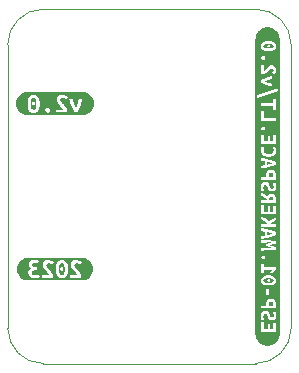
<source format=gbr>
G04 #@! TF.GenerationSoftware,KiCad,Pcbnew,6.0.10+dfsg-1~bpo11+1*
G04 #@! TF.ProjectId,project,70726f6a-6563-4742-9e6b-696361645f70,rev?*
G04 #@! TF.SameCoordinates,Original*
G04 #@! TF.FileFunction,Legend,Bot*
G04 #@! TF.FilePolarity,Positive*
%FSLAX46Y46*%
G04 Gerber Fmt 4.6, Leading zero omitted, Abs format (unit mm)*
%MOMM*%
%LPD*%
G01*
G04 APERTURE LIST*
G04 #@! TA.AperFunction,Profile*
%ADD10C,0.100000*%
G04 #@! TD*
%ADD11C,2.200000*%
%ADD12R,1.700000X1.700000*%
%ADD13O,1.700000X1.700000*%
%ADD14C,1.700000*%
G04 APERTURE END LIST*
D10*
X163500000Y-130000000D02*
X181500000Y-130000000D01*
X184500000Y-127000000D02*
X184500000Y-103000000D01*
X160500000Y-103000000D02*
X160500000Y-127000000D01*
X163500000Y-100000000D02*
G75*
G03*
X160500000Y-103000000I0J-3000000D01*
G01*
X160500000Y-127000000D02*
G75*
G03*
X163500000Y-130000000I3000000J0D01*
G01*
X184500000Y-103000000D02*
G75*
G03*
X181500000Y-100000000I-3000000J0D01*
G01*
X181500000Y-100000000D02*
X163500000Y-100000000D01*
X181500000Y-130000000D02*
G75*
G03*
X184500000Y-127000000I0J3000000D01*
G01*
G36*
X182895139Y-124773791D02*
G01*
X182955414Y-124817695D01*
X182988900Y-124885908D01*
X183000062Y-124973469D01*
X182999070Y-125033992D01*
X182994109Y-125094515D01*
X182597234Y-125094515D01*
X182597234Y-124995297D01*
X182608893Y-124892605D01*
X182643867Y-124818687D01*
X182707119Y-124774039D01*
X182803609Y-124759156D01*
X182895139Y-124773791D01*
G37*
G36*
X182264852Y-102967742D02*
G01*
X182349628Y-102938528D01*
X182457115Y-102920999D01*
X182587312Y-102915156D01*
X182716407Y-102920999D01*
X182823233Y-102938528D01*
X182907789Y-102967742D01*
X182990389Y-103032482D01*
X183017922Y-103121531D01*
X182990389Y-103209340D01*
X182907789Y-103274328D01*
X182823233Y-103304094D01*
X182716407Y-103321953D01*
X182587312Y-103327906D01*
X182457115Y-103321953D01*
X182349628Y-103304094D01*
X182264852Y-103274328D01*
X182182252Y-103209340D01*
X182154719Y-103121531D01*
X182155332Y-103119547D01*
X182476187Y-103119547D01*
X182514883Y-103200906D01*
X182607156Y-103230672D01*
X182700422Y-103200906D01*
X182740109Y-103119547D01*
X182700422Y-103041164D01*
X182607156Y-103010406D01*
X182514883Y-103041164D01*
X182476187Y-103119547D01*
X182155332Y-103119547D01*
X182182252Y-103032482D01*
X182264852Y-102967742D01*
G37*
G36*
X182583344Y-112950140D02*
G01*
X182705383Y-112976930D01*
X182828414Y-113008680D01*
X182960375Y-113045390D01*
X182828414Y-113082101D01*
X182705383Y-113113851D01*
X182583344Y-113141633D01*
X182456344Y-113166437D01*
X182456344Y-112926328D01*
X182583344Y-112950140D01*
G37*
G36*
X181482310Y-102429292D02*
G01*
X181497035Y-102330024D01*
X181521419Y-102232677D01*
X181555227Y-102138188D01*
X181598135Y-102047469D01*
X181649727Y-101961392D01*
X181709508Y-101880786D01*
X181776902Y-101806428D01*
X181851260Y-101739034D01*
X181931866Y-101679253D01*
X182017943Y-101627661D01*
X182108662Y-101584753D01*
X182203151Y-101550945D01*
X182300498Y-101526561D01*
X182399766Y-101511836D01*
X182500000Y-101506912D01*
X182600234Y-101511836D01*
X182699502Y-101526561D01*
X182796849Y-101550945D01*
X182891338Y-101584753D01*
X182982057Y-101627661D01*
X183068134Y-101679253D01*
X183148740Y-101739034D01*
X183223098Y-101806428D01*
X183290492Y-101880786D01*
X183350273Y-101961392D01*
X183401865Y-102047469D01*
X183444773Y-102138188D01*
X183478581Y-102232677D01*
X183502965Y-102330024D01*
X183517690Y-102429292D01*
X183522615Y-102529526D01*
X183522615Y-127470474D01*
X183517690Y-127570708D01*
X183502965Y-127669976D01*
X183478581Y-127767323D01*
X183444773Y-127861811D01*
X183401866Y-127952531D01*
X183350273Y-128038608D01*
X183290492Y-128119214D01*
X183223098Y-128193572D01*
X183148740Y-128260966D01*
X183068134Y-128320747D01*
X182982057Y-128372339D01*
X182891338Y-128415247D01*
X182796849Y-128449055D01*
X182699502Y-128473439D01*
X182600234Y-128488164D01*
X182500000Y-128493088D01*
X182399766Y-128488164D01*
X182300498Y-128473439D01*
X182203151Y-128449055D01*
X182108662Y-128415247D01*
X182017943Y-128372339D01*
X181931866Y-128320747D01*
X181851260Y-128260966D01*
X181776902Y-128193572D01*
X181709508Y-128119214D01*
X181649727Y-128038608D01*
X181598134Y-127952531D01*
X181555227Y-127861811D01*
X181521419Y-127767323D01*
X181497035Y-127669976D01*
X181482310Y-127570708D01*
X181477385Y-127470474D01*
X181477385Y-127305109D01*
X181970172Y-127305109D01*
X183198500Y-127305109D01*
X183198500Y-126560969D01*
X182996094Y-126560969D01*
X182996094Y-127061031D01*
X182720266Y-127061031D01*
X182720266Y-126626453D01*
X182517859Y-126626453D01*
X182517859Y-127061031D01*
X182172578Y-127061031D01*
X182172578Y-126517312D01*
X181970172Y-126517312D01*
X181970172Y-127305109D01*
X181477385Y-127305109D01*
X181477385Y-125977562D01*
X181944375Y-125977562D01*
X181952561Y-126114980D01*
X181977117Y-126221640D01*
X182037641Y-126358562D01*
X182236078Y-126287125D01*
X182176547Y-126159133D01*
X182155711Y-126076533D01*
X182148766Y-125977562D01*
X182161664Y-125875367D01*
X182197383Y-125810875D01*
X182248977Y-125778133D01*
X182307516Y-125769203D01*
X182374984Y-125791031D01*
X182427570Y-125846594D01*
X182469242Y-125922000D01*
X182503969Y-126005344D01*
X182549609Y-126120437D01*
X182615094Y-126228586D01*
X182713320Y-126308953D01*
X182859172Y-126340703D01*
X183012961Y-126312674D01*
X183129047Y-126228586D01*
X183183066Y-126144470D01*
X183215477Y-126041614D01*
X183226281Y-125920015D01*
X183219832Y-125814099D01*
X183200484Y-125722570D01*
X183142938Y-125580687D01*
X182954422Y-125652125D01*
X183002047Y-125762258D01*
X183021891Y-125902156D01*
X183006236Y-126010194D01*
X182959273Y-126075017D01*
X182881000Y-126096625D01*
X182818492Y-126076781D01*
X182770867Y-126026180D01*
X182734156Y-125956726D01*
X182704391Y-125880328D01*
X182655773Y-125760273D01*
X182584336Y-125645180D01*
X182473211Y-125558859D01*
X182398053Y-125533558D01*
X182305531Y-125525125D01*
X182152486Y-125553154D01*
X182038633Y-125637242D01*
X181986267Y-125724885D01*
X181954848Y-125838325D01*
X181944375Y-125977562D01*
X181477385Y-125977562D01*
X181477385Y-125338594D01*
X181970172Y-125338594D01*
X183182625Y-125338594D01*
X183196516Y-125258226D01*
X183205445Y-125167937D01*
X183210406Y-125078640D01*
X183212391Y-125001250D01*
X183201697Y-124856831D01*
X183169616Y-124735785D01*
X183116148Y-124638109D01*
X183038427Y-124566451D01*
X182933586Y-124523456D01*
X182801625Y-124509125D01*
X182668341Y-124523567D01*
X182562177Y-124566892D01*
X182483133Y-124639101D01*
X182428562Y-124737769D01*
X182395820Y-124860469D01*
X182384906Y-125007203D01*
X182384906Y-125094515D01*
X181970172Y-125094515D01*
X181970172Y-125338594D01*
X181477385Y-125338594D01*
X181477385Y-124229328D01*
X182359109Y-124229328D01*
X182599219Y-124229328D01*
X182599219Y-123685609D01*
X182359109Y-123685609D01*
X182359109Y-124229328D01*
X181477385Y-124229328D01*
X181477385Y-122965281D01*
X181944375Y-122965281D01*
X181962014Y-123093163D01*
X182014931Y-123198996D01*
X182103125Y-123282781D01*
X182192918Y-123330530D01*
X182303547Y-123364637D01*
X182435012Y-123385100D01*
X182587312Y-123391922D01*
X182737877Y-123384976D01*
X182868102Y-123364140D01*
X182977986Y-123329414D01*
X183067531Y-123280797D01*
X183155726Y-123196351D01*
X183208642Y-123091179D01*
X183226281Y-122965281D01*
X183208753Y-122837399D01*
X183156167Y-122731566D01*
X183068523Y-122647781D01*
X182979289Y-122600032D01*
X182869342Y-122565926D01*
X182738683Y-122545462D01*
X182587312Y-122538640D01*
X182435012Y-122545462D01*
X182303547Y-122565926D01*
X182192918Y-122600032D01*
X182103125Y-122647781D01*
X182014931Y-122731566D01*
X181962014Y-122837399D01*
X181944375Y-122965281D01*
X181477385Y-122965281D01*
X181477385Y-122304484D01*
X181970172Y-122304484D01*
X182172578Y-122304484D01*
X182172578Y-122046515D01*
X182859172Y-122046515D01*
X182788727Y-122173515D01*
X182740109Y-122294562D01*
X182942516Y-122373937D01*
X182988156Y-122270750D01*
X183049672Y-122159625D01*
X183121109Y-122054453D01*
X183198500Y-121969125D01*
X183198500Y-121802437D01*
X182172578Y-121802437D01*
X182172578Y-121558359D01*
X181970172Y-121558359D01*
X181970172Y-122304484D01*
X181477385Y-122304484D01*
X181477385Y-120978922D01*
X181948344Y-120978922D01*
X181960250Y-121046390D01*
X181994977Y-121102945D01*
X182050539Y-121142633D01*
X182126937Y-121157515D01*
X182201352Y-121142633D01*
X182255922Y-121102945D01*
X182289656Y-121046390D01*
X182301562Y-120978922D01*
X182255922Y-120855890D01*
X182126937Y-120802312D01*
X181993984Y-120855890D01*
X181948344Y-120978922D01*
X181477385Y-120978922D01*
X181477385Y-119762500D01*
X181970172Y-119762500D01*
X182924656Y-119750594D01*
X182404750Y-119901406D01*
X182404750Y-120080000D01*
X182924656Y-120224859D01*
X181970172Y-120214937D01*
X181970172Y-120439172D01*
X182123961Y-120432971D01*
X182283703Y-120426273D01*
X182445926Y-120419080D01*
X182607156Y-120411390D01*
X182765410Y-120402709D01*
X182918703Y-120392539D01*
X183064059Y-120380881D01*
X183198500Y-120367734D01*
X183198500Y-120165328D01*
X183091344Y-120130601D01*
X182950453Y-120085953D01*
X182797656Y-120038328D01*
X182654781Y-119992687D01*
X182806586Y-119943078D01*
X182957398Y-119893469D01*
X183093328Y-119849812D01*
X183198500Y-119814094D01*
X183198500Y-119611687D01*
X183039750Y-119598045D01*
X182884969Y-119584898D01*
X182732916Y-119572992D01*
X182582352Y-119563070D01*
X182432035Y-119554885D01*
X182280727Y-119548187D01*
X182127186Y-119542730D01*
X181970172Y-119538265D01*
X181970172Y-119762500D01*
X181477385Y-119762500D01*
X181477385Y-118780234D01*
X181970172Y-118780234D01*
X182253937Y-118837781D01*
X182253937Y-119165203D01*
X181970172Y-119220765D01*
X181970172Y-119474765D01*
X182112848Y-119439761D01*
X182250366Y-119404598D01*
X182382723Y-119369276D01*
X182509922Y-119333795D01*
X182631961Y-119298156D01*
X182779363Y-119253880D01*
X182922920Y-119210348D01*
X183062632Y-119167559D01*
X183198500Y-119125515D01*
X183198500Y-118859609D01*
X183061516Y-118816015D01*
X182920439Y-118772545D01*
X182775270Y-118729199D01*
X182626008Y-118685976D01*
X182502937Y-118651647D01*
X182375818Y-118617714D01*
X182244651Y-118584178D01*
X182109435Y-118551039D01*
X181970172Y-118518297D01*
X181970172Y-118780234D01*
X181477385Y-118780234D01*
X181477385Y-117805906D01*
X181970172Y-117805906D01*
X182119992Y-117868414D01*
X182199367Y-117911326D01*
X182276758Y-117958703D01*
X182350676Y-118009553D01*
X182419633Y-118062883D01*
X182531750Y-118167062D01*
X181970172Y-118167062D01*
X181970172Y-118411140D01*
X183198500Y-118411140D01*
X183198500Y-118167062D01*
X182688516Y-118167062D01*
X182811547Y-118075781D01*
X182946484Y-117985492D01*
X183079437Y-117907109D01*
X183198500Y-117847578D01*
X183198500Y-117571750D01*
X183076461Y-117638226D01*
X183006512Y-117679650D01*
X182933586Y-117726531D01*
X182858428Y-117777877D01*
X182781781Y-117832695D01*
X182705879Y-117890490D01*
X182632953Y-117950765D01*
X182568957Y-117888754D01*
X182496031Y-117825750D01*
X182415912Y-117763986D01*
X182330336Y-117705695D01*
X182241039Y-117651869D01*
X182149758Y-117603500D01*
X182058725Y-117562324D01*
X181970172Y-117530078D01*
X181970172Y-117805906D01*
X181477385Y-117805906D01*
X181477385Y-117383234D01*
X181970172Y-117383234D01*
X183198500Y-117383234D01*
X183198500Y-116639094D01*
X182996094Y-116639094D01*
X182996094Y-117139156D01*
X182720266Y-117139156D01*
X182720266Y-116704578D01*
X182517859Y-116704578D01*
X182517859Y-117139156D01*
X182172578Y-117139156D01*
X182172578Y-116595437D01*
X181970172Y-116595437D01*
X181970172Y-117383234D01*
X181477385Y-117383234D01*
X181477385Y-115801687D01*
X181970172Y-115801687D01*
X182087002Y-115851049D01*
X182199367Y-115907851D01*
X182310244Y-115970607D01*
X182422609Y-116037828D01*
X182422609Y-116164828D01*
X181970172Y-116164828D01*
X181970172Y-116408906D01*
X183180641Y-116408906D01*
X183195523Y-116330523D01*
X183205445Y-116244203D01*
X183210406Y-116160859D01*
X183212391Y-116091406D01*
X183206438Y-115991195D01*
X183188578Y-115900906D01*
X183158316Y-115821531D01*
X183115156Y-115754062D01*
X182989148Y-115659805D01*
X182906053Y-115635248D01*
X182809563Y-115627062D01*
X182707367Y-115637976D01*
X182615094Y-115670719D01*
X182538199Y-115728762D01*
X182482141Y-115815578D01*
X182368039Y-115744140D01*
X182237070Y-115670719D01*
X182100148Y-115602258D01*
X181970172Y-115545703D01*
X181970172Y-115801687D01*
X181477385Y-115801687D01*
X181477385Y-115063500D01*
X181944375Y-115063500D01*
X181952561Y-115200918D01*
X181977117Y-115307578D01*
X182037641Y-115444500D01*
X182236078Y-115373062D01*
X182176547Y-115245070D01*
X182155711Y-115162471D01*
X182148766Y-115063500D01*
X182161664Y-114961305D01*
X182197383Y-114896812D01*
X182248977Y-114864070D01*
X182307516Y-114855140D01*
X182374984Y-114876969D01*
X182427570Y-114932531D01*
X182469242Y-115007937D01*
X182503969Y-115091281D01*
X182549609Y-115206375D01*
X182615094Y-115314523D01*
X182713320Y-115394890D01*
X182859172Y-115426640D01*
X183012961Y-115398611D01*
X183129047Y-115314523D01*
X183183066Y-115230408D01*
X183215477Y-115127551D01*
X183226281Y-115005953D01*
X183219832Y-114900037D01*
X183200484Y-114808508D01*
X183142938Y-114666625D01*
X182954422Y-114738062D01*
X183002047Y-114848195D01*
X183021891Y-114988094D01*
X183006236Y-115096132D01*
X182959273Y-115160955D01*
X182881000Y-115182562D01*
X182818492Y-115162719D01*
X182770867Y-115112117D01*
X182734156Y-115042664D01*
X182704391Y-114966265D01*
X182655773Y-114846211D01*
X182584336Y-114731117D01*
X182473211Y-114644797D01*
X182398053Y-114619496D01*
X182305531Y-114611062D01*
X182152486Y-114639092D01*
X182038633Y-114723180D01*
X181986267Y-114810823D01*
X181954848Y-114924263D01*
X181944375Y-115063500D01*
X181477385Y-115063500D01*
X181477385Y-114424531D01*
X181970172Y-114424531D01*
X183182625Y-114424531D01*
X183196516Y-114344164D01*
X183205445Y-114253875D01*
X183210406Y-114164578D01*
X183212391Y-114087187D01*
X183201697Y-113942769D01*
X183169616Y-113821722D01*
X183116148Y-113724047D01*
X183038427Y-113652389D01*
X182933586Y-113609394D01*
X182801625Y-113595062D01*
X182668341Y-113609504D01*
X182562177Y-113652830D01*
X182483133Y-113725039D01*
X182428562Y-113823706D01*
X182395820Y-113946407D01*
X182384906Y-114093140D01*
X182384906Y-114180453D01*
X181970172Y-114180453D01*
X181970172Y-114424531D01*
X181477385Y-114424531D01*
X181477385Y-112827109D01*
X181970172Y-112827109D01*
X182253937Y-112884656D01*
X182253937Y-113212078D01*
X181970172Y-113267640D01*
X181970172Y-113521640D01*
X182112848Y-113486636D01*
X182250366Y-113451473D01*
X182382723Y-113416151D01*
X182509922Y-113380670D01*
X182631961Y-113345031D01*
X182779363Y-113300755D01*
X182922920Y-113257223D01*
X183062632Y-113214434D01*
X183198500Y-113172390D01*
X183198500Y-112906484D01*
X183061516Y-112862890D01*
X182920439Y-112819420D01*
X182775270Y-112776074D01*
X182626008Y-112732851D01*
X182502937Y-112698522D01*
X182375818Y-112664589D01*
X182244651Y-112631053D01*
X182109435Y-112597914D01*
X181970172Y-112565172D01*
X181970172Y-112827109D01*
X181477385Y-112827109D01*
X181477385Y-111959937D01*
X181944375Y-111959937D01*
X181962896Y-112119569D01*
X182018458Y-112251861D01*
X182111062Y-112356812D01*
X182203212Y-112416716D01*
X182312973Y-112459504D01*
X182440345Y-112485177D01*
X182585328Y-112493734D01*
X182729691Y-112483316D01*
X182857187Y-112452062D01*
X182967072Y-112402205D01*
X183058602Y-112335976D01*
X183131031Y-112254617D01*
X183183617Y-112159367D01*
X183215615Y-112052459D01*
X183226281Y-111936125D01*
X183215367Y-111818055D01*
X183190563Y-111725781D01*
X183160797Y-111659305D01*
X183136984Y-111618625D01*
X182942516Y-111682125D01*
X182993117Y-111792258D01*
X183013953Y-111940094D01*
X182993117Y-112052211D01*
X182923664Y-112149445D01*
X182793688Y-112218898D01*
X182702406Y-112238990D01*
X182591281Y-112245687D01*
X182461966Y-112237640D01*
X182354479Y-112213496D01*
X182268820Y-112173258D01*
X182184732Y-112077760D01*
X182156703Y-111936125D01*
X182178531Y-111778367D01*
X182222188Y-111678156D01*
X182029703Y-111616640D01*
X181971164Y-111756539D01*
X181951072Y-111851541D01*
X181944375Y-111959937D01*
X181477385Y-111959937D01*
X181477385Y-111430109D01*
X181970172Y-111430109D01*
X183198500Y-111430109D01*
X183198500Y-110685969D01*
X182996094Y-110685969D01*
X182996094Y-111186031D01*
X182720266Y-111186031D01*
X182720266Y-110751453D01*
X182517859Y-110751453D01*
X182517859Y-111186031D01*
X182172578Y-111186031D01*
X182172578Y-110642312D01*
X181970172Y-110642312D01*
X181970172Y-111430109D01*
X181477385Y-111430109D01*
X181477385Y-110064859D01*
X181948344Y-110064859D01*
X181960250Y-110132328D01*
X181994977Y-110188883D01*
X182050539Y-110228570D01*
X182126937Y-110243453D01*
X182201352Y-110228570D01*
X182255922Y-110188883D01*
X182289656Y-110132328D01*
X182301562Y-110064859D01*
X182255922Y-109941828D01*
X182126937Y-109888250D01*
X181993984Y-109941828D01*
X181948344Y-110064859D01*
X181477385Y-110064859D01*
X181477385Y-109429859D01*
X181970172Y-109429859D01*
X183198500Y-109429859D01*
X183198500Y-109183797D01*
X182172578Y-109183797D01*
X182172578Y-108657937D01*
X181970172Y-108657937D01*
X181970172Y-109429859D01*
X181477385Y-109429859D01*
X181477385Y-108205500D01*
X181970172Y-108205500D01*
X182996094Y-108205500D01*
X182996094Y-108528953D01*
X183198500Y-108528953D01*
X183198500Y-107635984D01*
X182996094Y-107635984D01*
X182996094Y-107959437D01*
X181970172Y-107959437D01*
X181970172Y-108205500D01*
X181477385Y-108205500D01*
X181477385Y-107493109D01*
X181642750Y-107493109D01*
X183357250Y-106937484D01*
X183357250Y-106687453D01*
X181642750Y-107239109D01*
X181642750Y-107493109D01*
X181477385Y-107493109D01*
X181477385Y-106209219D01*
X181970172Y-106209219D01*
X182094636Y-106269081D01*
X182232550Y-106329604D01*
X182383914Y-106390789D01*
X182505271Y-106436368D01*
X182632209Y-106480830D01*
X182764728Y-106524176D01*
X182902828Y-106566406D01*
X182902828Y-106310422D01*
X182824941Y-106290826D01*
X182742094Y-106267758D01*
X182656518Y-106242209D01*
X182570445Y-106215172D01*
X182485365Y-106187142D01*
X182402766Y-106158617D01*
X182253937Y-106104047D01*
X182402766Y-106046500D01*
X182485365Y-106014998D01*
X182570445Y-105983992D01*
X182656518Y-105953730D01*
X182742094Y-105924461D01*
X182824941Y-105898416D01*
X182902828Y-105877828D01*
X182902828Y-105629781D01*
X182764728Y-105672569D01*
X182632209Y-105717590D01*
X182505271Y-105764843D01*
X182383914Y-105814328D01*
X182232550Y-105880474D01*
X182094636Y-105943974D01*
X181970172Y-106004828D01*
X181970172Y-106209219D01*
X181477385Y-106209219D01*
X181477385Y-105486906D01*
X181970172Y-105486906D01*
X182019781Y-105491867D01*
X182061453Y-105490875D01*
X182156703Y-105481697D01*
X182244016Y-105454164D01*
X182324135Y-105412492D01*
X182397805Y-105360898D01*
X182465770Y-105302359D01*
X182528773Y-105239851D01*
X182588057Y-105177344D01*
X182644859Y-105118805D01*
X182752016Y-105025539D01*
X182857187Y-104988828D01*
X182973273Y-105034469D01*
X183013953Y-105149562D01*
X182986172Y-105270609D01*
X182892906Y-105395625D01*
X183063563Y-105516672D01*
X183135992Y-105431096D01*
X183186594Y-105333117D01*
X183216359Y-105229185D01*
X183226281Y-105125750D01*
X183204453Y-104980890D01*
X183138969Y-104857859D01*
X183028836Y-104772531D01*
X182875047Y-104740781D01*
X182753008Y-104764594D01*
X182638906Y-104828094D01*
X182531750Y-104917390D01*
X182432531Y-105018594D01*
X182375977Y-105078125D01*
X182308508Y-105141625D01*
X182238063Y-105192226D01*
X182172578Y-105213062D01*
X182172578Y-104685219D01*
X181970172Y-104685219D01*
X181970172Y-105486906D01*
X181477385Y-105486906D01*
X181477385Y-104111734D01*
X181948344Y-104111734D01*
X181960250Y-104179203D01*
X181994977Y-104235758D01*
X182050539Y-104275445D01*
X182126937Y-104290328D01*
X182201352Y-104275445D01*
X182255922Y-104235758D01*
X182289656Y-104179203D01*
X182301562Y-104111734D01*
X182255922Y-103988703D01*
X182126937Y-103935125D01*
X181993984Y-103988703D01*
X181948344Y-104111734D01*
X181477385Y-104111734D01*
X181477385Y-103121531D01*
X181944375Y-103121531D01*
X181962014Y-103249413D01*
X182014931Y-103355246D01*
X182103125Y-103439031D01*
X182192918Y-103486780D01*
X182303547Y-103520887D01*
X182435012Y-103541350D01*
X182587312Y-103548172D01*
X182737877Y-103541226D01*
X182868102Y-103520390D01*
X182977986Y-103485664D01*
X183067531Y-103437047D01*
X183155726Y-103352601D01*
X183208642Y-103247429D01*
X183226281Y-103121531D01*
X183208753Y-102993649D01*
X183156167Y-102887816D01*
X183068523Y-102804031D01*
X182979289Y-102756282D01*
X182869342Y-102722176D01*
X182738683Y-102701712D01*
X182587312Y-102694890D01*
X182435012Y-102701712D01*
X182303547Y-102722176D01*
X182192918Y-102756282D01*
X182103125Y-102804031D01*
X182014931Y-102887816D01*
X181962014Y-102993649D01*
X181944375Y-103121531D01*
X181477385Y-103121531D01*
X181477385Y-102529526D01*
X181482310Y-102429292D01*
G37*
G36*
X182895139Y-113859728D02*
G01*
X182955414Y-113903633D01*
X182988900Y-113971846D01*
X183000062Y-114059406D01*
X182999070Y-114119930D01*
X182994109Y-114180453D01*
X182597234Y-114180453D01*
X182597234Y-114081234D01*
X182608893Y-113978543D01*
X182643867Y-113904625D01*
X182707119Y-113859976D01*
X182803609Y-113845094D01*
X182895139Y-113859728D01*
G37*
G36*
X182895883Y-115889992D02*
G01*
X182954422Y-115934640D01*
X182988652Y-116003598D01*
X183000062Y-116091406D01*
X182999070Y-116125140D01*
X182994109Y-116164828D01*
X182625016Y-116164828D01*
X182625016Y-116111250D01*
X182637170Y-116003598D01*
X182673633Y-115930672D01*
X182811547Y-115875109D01*
X182895883Y-115889992D01*
G37*
G36*
X182583344Y-118903265D02*
G01*
X182705383Y-118930055D01*
X182828414Y-118961805D01*
X182960375Y-118998515D01*
X182828414Y-119035226D01*
X182705383Y-119066976D01*
X182583344Y-119094758D01*
X182456344Y-119119562D01*
X182456344Y-118879453D01*
X182583344Y-118903265D01*
G37*
G36*
X182264852Y-122811492D02*
G01*
X182349628Y-122782278D01*
X182457115Y-122764749D01*
X182587312Y-122758906D01*
X182716407Y-122764749D01*
X182823233Y-122782278D01*
X182907789Y-122811492D01*
X182990389Y-122876232D01*
X183017922Y-122965281D01*
X182990389Y-123053090D01*
X182907789Y-123118078D01*
X182823233Y-123147844D01*
X182716407Y-123165703D01*
X182587312Y-123171656D01*
X182457115Y-123165703D01*
X182349628Y-123147844D01*
X182264852Y-123118078D01*
X182182252Y-123053090D01*
X182154719Y-122965281D01*
X182155332Y-122963297D01*
X182476187Y-122963297D01*
X182514883Y-123044656D01*
X182607156Y-123074422D01*
X182700422Y-123044656D01*
X182740109Y-122963297D01*
X182700422Y-122884914D01*
X182607156Y-122854156D01*
X182514883Y-122884914D01*
X182476187Y-122963297D01*
X182155332Y-122963297D01*
X182182252Y-122876232D01*
X182264852Y-122811492D01*
G37*
G36*
X161988126Y-108948989D02*
G01*
X161806615Y-108893929D01*
X161639333Y-108804514D01*
X161492709Y-108684183D01*
X161372378Y-108537559D01*
X161282964Y-108370277D01*
X161227903Y-108188766D01*
X161209311Y-108000000D01*
X161209546Y-107997619D01*
X162177091Y-107997619D01*
X162185276Y-108180380D01*
X162209833Y-108338138D01*
X162250761Y-108470892D01*
X162308059Y-108578644D01*
X162408601Y-108684477D01*
X162535601Y-108747977D01*
X162689059Y-108769144D01*
X162842518Y-108747977D01*
X162969518Y-108684477D01*
X163070059Y-108578644D01*
X163085254Y-108550069D01*
X163665372Y-108550069D01*
X163729666Y-108709613D01*
X163877303Y-108764381D01*
X163958266Y-108750094D01*
X163977656Y-108738188D01*
X164565484Y-108738188D01*
X165527509Y-108738188D01*
X165533463Y-108678656D01*
X165532272Y-108628650D01*
X165521259Y-108514350D01*
X165488219Y-108409575D01*
X165438213Y-108313432D01*
X165376300Y-108225028D01*
X165306053Y-108143470D01*
X165231044Y-108067866D01*
X165156034Y-107996726D01*
X165085787Y-107928563D01*
X164973869Y-107799975D01*
X164929816Y-107673769D01*
X164984584Y-107534466D01*
X165122697Y-107485650D01*
X165267953Y-107518988D01*
X165417972Y-107630906D01*
X165426417Y-107619000D01*
X165698959Y-107619000D01*
X165750305Y-107784720D01*
X165804330Y-107943743D01*
X165861033Y-108096069D01*
X165920416Y-108241697D01*
X165999791Y-108423333D01*
X166075991Y-108588830D01*
X166149016Y-108738188D01*
X166394284Y-108738188D01*
X166466119Y-108588830D01*
X166538747Y-108423333D01*
X166612169Y-108241697D01*
X166666863Y-108096069D01*
X166720218Y-107943743D01*
X166772233Y-107784720D01*
X166822909Y-107619000D01*
X166515728Y-107619000D01*
X166492213Y-107712464D01*
X166464531Y-107811881D01*
X166433873Y-107914573D01*
X166401428Y-108017859D01*
X166367793Y-108119955D01*
X166333563Y-108219075D01*
X166268078Y-108397669D01*
X166199022Y-108219075D01*
X166161220Y-108119955D01*
X166124013Y-108017859D01*
X166087698Y-107914573D01*
X166052575Y-107811881D01*
X166021321Y-107712464D01*
X165996616Y-107619000D01*
X165698959Y-107619000D01*
X165426417Y-107619000D01*
X165563228Y-107426119D01*
X165460537Y-107339203D01*
X165342963Y-107278481D01*
X165218245Y-107242763D01*
X165094122Y-107230856D01*
X164920291Y-107257050D01*
X164772653Y-107335631D01*
X164670259Y-107467791D01*
X164632159Y-107652338D01*
X164660734Y-107798784D01*
X164736934Y-107935706D01*
X164844091Y-108064294D01*
X164965534Y-108183356D01*
X165036972Y-108251222D01*
X165113172Y-108332184D01*
X165173894Y-108416719D01*
X165198897Y-108495300D01*
X164565484Y-108495300D01*
X164565484Y-108738188D01*
X163977656Y-108738188D01*
X164026131Y-108708422D01*
X164073756Y-108641747D01*
X164091616Y-108550069D01*
X164073756Y-108460772D01*
X164026131Y-108395288D01*
X163958266Y-108354806D01*
X163877303Y-108340519D01*
X163729666Y-108395288D01*
X163665372Y-108550069D01*
X163085254Y-108550069D01*
X163127358Y-108470892D01*
X163168286Y-108338138D01*
X163192843Y-108180380D01*
X163201028Y-107997619D01*
X163192694Y-107816941D01*
X163167691Y-107660672D01*
X163126019Y-107528810D01*
X163067678Y-107421356D01*
X162966343Y-107315523D01*
X162840136Y-107252023D01*
X162689059Y-107230856D01*
X162535601Y-107251891D01*
X162408601Y-107314994D01*
X162308059Y-107420166D01*
X162250761Y-107527247D01*
X162209833Y-107659184D01*
X162185276Y-107815974D01*
X162177091Y-107997619D01*
X161209546Y-107997619D01*
X161227903Y-107811234D01*
X161282964Y-107629723D01*
X161372378Y-107462441D01*
X161492709Y-107315817D01*
X161639333Y-107195486D01*
X161806615Y-107106071D01*
X161988126Y-107051011D01*
X162176892Y-107032419D01*
X166823108Y-107032419D01*
X167011874Y-107051011D01*
X167193385Y-107106071D01*
X167360667Y-107195486D01*
X167507291Y-107315817D01*
X167627622Y-107462441D01*
X167717036Y-107629723D01*
X167772097Y-107811234D01*
X167790689Y-108000000D01*
X167772097Y-108188766D01*
X167717036Y-108370277D01*
X167627622Y-108537559D01*
X167507291Y-108684183D01*
X167360667Y-108804514D01*
X167193385Y-108893929D01*
X167011874Y-108948989D01*
X166823108Y-108967581D01*
X162176892Y-108967581D01*
X161988126Y-108948989D01*
G37*
G36*
X162504513Y-108384572D02*
G01*
X162469455Y-108282840D01*
X162448421Y-108153855D01*
X162441409Y-107997619D01*
X162442487Y-107973806D01*
X162555709Y-107973806D01*
X162592619Y-108084534D01*
X162686678Y-108130969D01*
X162784309Y-108084534D01*
X162820028Y-107973806D01*
X162784309Y-107861888D01*
X162686678Y-107814263D01*
X162592619Y-107861888D01*
X162555709Y-107973806D01*
X162442487Y-107973806D01*
X162448421Y-107842705D01*
X162469455Y-107714515D01*
X162504513Y-107613047D01*
X162582201Y-107513927D01*
X162689059Y-107480888D01*
X162794430Y-107513927D01*
X162872416Y-107613047D01*
X162908134Y-107714515D01*
X162929566Y-107842705D01*
X162936709Y-107997619D01*
X162929566Y-108153855D01*
X162908134Y-108282840D01*
X162872416Y-108384572D01*
X162794430Y-108483691D01*
X162689059Y-108516731D01*
X162686678Y-108515995D01*
X162582201Y-108483691D01*
X162504513Y-108384572D01*
G37*
G36*
X162039323Y-122948989D02*
G01*
X161857812Y-122893929D01*
X161690530Y-122804514D01*
X161543906Y-122684183D01*
X161423575Y-122537559D01*
X161334161Y-122370277D01*
X161312854Y-122300038D01*
X162228288Y-122300038D01*
X162261625Y-122488156D01*
X162364019Y-122636984D01*
X162442600Y-122692944D01*
X162540231Y-122734616D01*
X162657508Y-122760512D01*
X162795025Y-122769144D01*
X162910516Y-122760809D01*
X163027197Y-122740569D01*
X163036613Y-122738188D01*
X163392719Y-122738188D01*
X164354744Y-122738188D01*
X164360697Y-122678656D01*
X164359506Y-122628650D01*
X164348493Y-122514350D01*
X164315453Y-122409575D01*
X164265447Y-122313432D01*
X164203534Y-122225028D01*
X164133288Y-122143470D01*
X164058278Y-122067866D01*
X163984211Y-121997619D01*
X164576200Y-121997619D01*
X164584386Y-122180380D01*
X164608942Y-122338138D01*
X164649870Y-122470892D01*
X164707169Y-122578644D01*
X164807710Y-122684477D01*
X164934710Y-122747977D01*
X165088169Y-122769144D01*
X165241627Y-122747977D01*
X165261205Y-122738188D01*
X165773969Y-122738188D01*
X166735994Y-122738188D01*
X166741947Y-122678656D01*
X166740756Y-122628650D01*
X166729743Y-122514350D01*
X166696703Y-122409575D01*
X166646697Y-122313432D01*
X166584784Y-122225028D01*
X166514538Y-122143470D01*
X166439528Y-122067866D01*
X166364519Y-121996726D01*
X166294272Y-121928563D01*
X166182353Y-121799975D01*
X166138300Y-121673769D01*
X166193069Y-121534466D01*
X166331181Y-121485650D01*
X166476438Y-121518988D01*
X166626456Y-121630906D01*
X166771713Y-121426119D01*
X166669021Y-121339203D01*
X166551447Y-121278481D01*
X166426729Y-121242763D01*
X166302606Y-121230856D01*
X166128775Y-121257050D01*
X165981138Y-121335631D01*
X165878744Y-121467791D01*
X165840644Y-121652338D01*
X165869219Y-121798784D01*
X165945419Y-121935706D01*
X166052575Y-122064294D01*
X166174019Y-122183356D01*
X166245456Y-122251222D01*
X166321656Y-122332184D01*
X166382378Y-122416719D01*
X166407381Y-122495300D01*
X165773969Y-122495300D01*
X165773969Y-122738188D01*
X165261205Y-122738188D01*
X165368627Y-122684477D01*
X165469169Y-122578644D01*
X165526468Y-122470892D01*
X165567395Y-122338138D01*
X165591952Y-122180380D01*
X165600138Y-121997619D01*
X165591803Y-121816941D01*
X165566800Y-121660672D01*
X165525128Y-121528810D01*
X165466788Y-121421356D01*
X165365452Y-121315523D01*
X165239246Y-121252023D01*
X165088169Y-121230856D01*
X164934710Y-121251891D01*
X164807710Y-121314994D01*
X164707169Y-121420166D01*
X164649870Y-121527247D01*
X164608942Y-121659184D01*
X164584386Y-121815974D01*
X164576200Y-121997619D01*
X163984211Y-121997619D01*
X163983269Y-121996726D01*
X163913022Y-121928563D01*
X163801103Y-121799975D01*
X163757050Y-121673769D01*
X163811819Y-121534466D01*
X163949931Y-121485650D01*
X164095188Y-121518988D01*
X164245206Y-121630906D01*
X164390463Y-121426119D01*
X164287771Y-121339203D01*
X164170197Y-121278481D01*
X164045479Y-121242763D01*
X163921356Y-121230856D01*
X163747525Y-121257050D01*
X163599888Y-121335631D01*
X163497494Y-121467791D01*
X163459394Y-121652338D01*
X163487969Y-121798784D01*
X163564169Y-121935706D01*
X163671325Y-122064294D01*
X163792769Y-122183356D01*
X163864206Y-122251222D01*
X163940406Y-122332184D01*
X164001128Y-122416719D01*
X164026131Y-122495300D01*
X163392719Y-122495300D01*
X163392719Y-122738188D01*
X163036613Y-122738188D01*
X163130781Y-122714375D01*
X163204600Y-122688181D01*
X163147450Y-122442913D01*
X163005766Y-122492919D01*
X162910218Y-122512564D01*
X162797406Y-122519113D01*
X162669712Y-122503039D01*
X162586666Y-122454819D01*
X162525944Y-122295275D01*
X162549161Y-122196155D01*
X162618813Y-122132159D01*
X162724183Y-122097334D01*
X162854556Y-122085725D01*
X162945044Y-122085725D01*
X162945044Y-121842838D01*
X162835506Y-121842838D01*
X162745019Y-121833313D01*
X162664056Y-121802356D01*
X162605716Y-121745206D01*
X162583094Y-121654719D01*
X162631909Y-121527322D01*
X162766450Y-121480888D01*
X162931947Y-121508272D01*
X163073631Y-121576138D01*
X163178406Y-121361825D01*
X163008147Y-121274909D01*
X162895335Y-121241870D01*
X162768831Y-121230856D01*
X162653043Y-121238595D01*
X162553328Y-121261813D01*
X162402119Y-121348728D01*
X162314013Y-121480888D01*
X162285438Y-121645194D01*
X162335444Y-121814263D01*
X162468794Y-121938088D01*
X162367293Y-121997023D01*
X162291391Y-122078581D01*
X162244063Y-122180380D01*
X162228288Y-122300038D01*
X161312854Y-122300038D01*
X161279100Y-122188766D01*
X161260508Y-122000000D01*
X161279100Y-121811234D01*
X161334161Y-121629723D01*
X161423575Y-121462441D01*
X161543906Y-121315817D01*
X161690530Y-121195486D01*
X161857812Y-121106071D01*
X162039323Y-121051011D01*
X162228089Y-121032419D01*
X166771911Y-121032419D01*
X166960677Y-121051011D01*
X167142188Y-121106071D01*
X167309470Y-121195486D01*
X167456094Y-121315817D01*
X167576425Y-121462441D01*
X167665839Y-121629723D01*
X167720900Y-121811234D01*
X167739492Y-122000000D01*
X167720900Y-122188766D01*
X167665839Y-122370277D01*
X167576425Y-122537559D01*
X167456094Y-122684183D01*
X167309470Y-122804514D01*
X167142188Y-122893929D01*
X166960677Y-122948989D01*
X166771911Y-122967581D01*
X162228089Y-122967581D01*
X162039323Y-122948989D01*
G37*
G36*
X164903622Y-122384572D02*
G01*
X164868565Y-122282840D01*
X164847530Y-122153855D01*
X164840519Y-121997619D01*
X164841597Y-121973806D01*
X164954819Y-121973806D01*
X164991728Y-122084534D01*
X165085788Y-122130969D01*
X165183419Y-122084534D01*
X165219138Y-121973806D01*
X165183419Y-121861888D01*
X165085788Y-121814263D01*
X164991728Y-121861888D01*
X164954819Y-121973806D01*
X164841597Y-121973806D01*
X164847530Y-121842705D01*
X164868565Y-121714515D01*
X164903622Y-121613047D01*
X164981310Y-121513927D01*
X165088169Y-121480888D01*
X165193539Y-121513927D01*
X165271525Y-121613047D01*
X165307244Y-121714515D01*
X165328675Y-121842705D01*
X165335819Y-121997619D01*
X165328675Y-122153855D01*
X165307244Y-122282840D01*
X165271525Y-122384572D01*
X165193539Y-122483691D01*
X165088169Y-122516731D01*
X165085788Y-122515995D01*
X164981310Y-122483691D01*
X164903622Y-122384572D01*
G37*
%LPC*%
D11*
X168500000Y-127000000D03*
D12*
X163210000Y-118800000D03*
D13*
X163210000Y-116260000D03*
X163210000Y-113720000D03*
X163210000Y-111180000D03*
X165750000Y-111180000D03*
X165750000Y-113720000D03*
X165750000Y-116260000D03*
X165750000Y-118800000D03*
D11*
X168500000Y-103000000D03*
G36*
G01*
X173897500Y-106710000D02*
X173897500Y-105510000D01*
G75*
G02*
X174147500Y-105260000I250000J0D01*
G01*
X175347500Y-105260000D01*
G75*
G02*
X175597500Y-105510000I0J-250000D01*
G01*
X175597500Y-106710000D01*
G75*
G02*
X175347500Y-106960000I-250000J0D01*
G01*
X174147500Y-106960000D01*
G75*
G02*
X173897500Y-106710000I0J250000D01*
G01*
G37*
D14*
X177287500Y-106110000D03*
X174747500Y-108650000D03*
X177287500Y-108650000D03*
X174747500Y-111190000D03*
X177287500Y-111190000D03*
X174747500Y-113730000D03*
X177287500Y-113730000D03*
X174747500Y-116270000D03*
X177287500Y-116270000D03*
X174747500Y-118810000D03*
X177287500Y-118810000D03*
X174747500Y-121350000D03*
X177287500Y-121350000D03*
X174747500Y-123890000D03*
X177287500Y-123890000D03*
M02*

</source>
